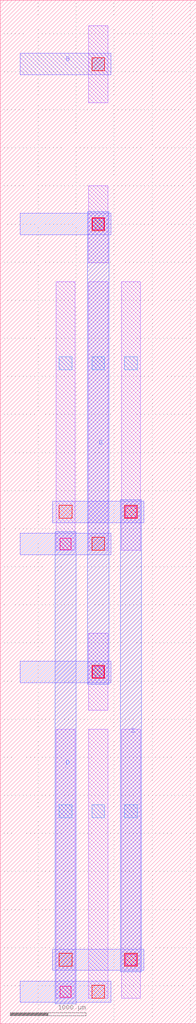
<source format=lef>
MACRO PMOS_4T_43971774_X1_Y2
  UNITS 
    DATABASE MICRONS UNITS 1000;
  END UNITS 
  ORIGIN 0 0 ;
  FOREIGN PMOS_4T_43971774_X1_Y2 0 0 ;
  SIZE 2580 BY 13440 ;
  PIN B
    DIRECTION INOUT ;
    USE SIGNAL ;
    PORT
      LAYER M2 ;
        RECT 260 12460 1460 12740 ;
    END
  END B
  PIN D
    DIRECTION INOUT ;
    USE SIGNAL ;
    PORT
      LAYER M3 ;
        RECT 720 260 1000 6460 ;
    END
  END D
  PIN G
    DIRECTION INOUT ;
    USE SIGNAL ;
    PORT
      LAYER M3 ;
        RECT 1150 4460 1430 10660 ;
    END
  END G
  PIN S
    DIRECTION INOUT ;
    USE SIGNAL ;
    PORT
      LAYER M3 ;
        RECT 1580 680 1860 6880 ;
    END
  END S
  OBS
    LAYER M1 ;
      RECT 1165 335 1415 3865 ;
    LAYER M1 ;
      RECT 1165 4115 1415 5125 ;
    LAYER M1 ;
      RECT 1165 6215 1415 9745 ;
    LAYER M1 ;
      RECT 1165 9995 1415 11005 ;
    LAYER M1 ;
      RECT 1165 12095 1415 13105 ;
    LAYER M1 ;
      RECT 735 335 985 3865 ;
    LAYER M1 ;
      RECT 735 6215 985 9745 ;
    LAYER M1 ;
      RECT 1595 335 1845 3865 ;
    LAYER M1 ;
      RECT 1595 6215 1845 9745 ;
    LAYER M2 ;
      RECT 260 280 1460 560 ;
    LAYER M2 ;
      RECT 260 4480 1460 4760 ;
    LAYER M2 ;
      RECT 690 700 1890 980 ;
    LAYER M2 ;
      RECT 260 6160 1460 6440 ;
    LAYER M2 ;
      RECT 260 10360 1460 10640 ;
    LAYER M2 ;
      RECT 690 6580 1890 6860 ;
    LAYER V1 ;
      RECT 1205 335 1375 505 ;
    LAYER V1 ;
      RECT 1205 4535 1375 4705 ;
    LAYER V1 ;
      RECT 1205 6215 1375 6385 ;
    LAYER V1 ;
      RECT 1205 10415 1375 10585 ;
    LAYER V1 ;
      RECT 1205 12515 1375 12685 ;
    LAYER V1 ;
      RECT 775 755 945 925 ;
    LAYER V1 ;
      RECT 775 6635 945 6805 ;
    LAYER V1 ;
      RECT 1635 755 1805 925 ;
    LAYER V1 ;
      RECT 1635 6635 1805 6805 ;
    LAYER V2 ;
      RECT 785 345 935 495 ;
    LAYER V2 ;
      RECT 785 6225 935 6375 ;
    LAYER V2 ;
      RECT 1215 4545 1365 4695 ;
    LAYER V2 ;
      RECT 1215 10425 1365 10575 ;
    LAYER V2 ;
      RECT 1645 765 1795 915 ;
    LAYER V2 ;
      RECT 1645 6645 1795 6795 ;
    LAYER V0 ;
      RECT 1205 2705 1375 2875 ;
    LAYER V0 ;
      RECT 1205 4535 1375 4705 ;
    LAYER V0 ;
      RECT 1205 8585 1375 8755 ;
    LAYER V0 ;
      RECT 1205 10415 1375 10585 ;
    LAYER V0 ;
      RECT 1205 12515 1375 12685 ;
    LAYER V0 ;
      RECT 1205 12515 1375 12685 ;
    LAYER V0 ;
      RECT 775 2705 945 2875 ;
    LAYER V0 ;
      RECT 775 8585 945 8755 ;
    LAYER V0 ;
      RECT 1635 2705 1805 2875 ;
    LAYER V0 ;
      RECT 1635 8585 1805 8755 ;
  END
END PMOS_4T_43971774_X1_Y2

</source>
